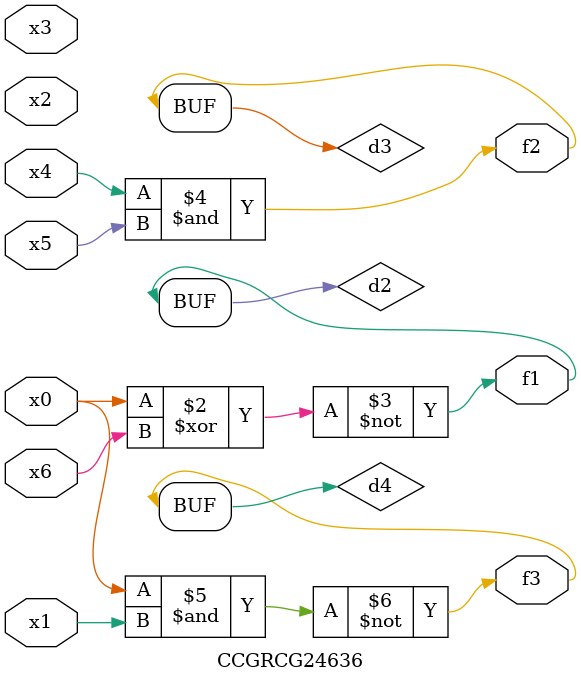
<source format=v>
module CCGRCG24636(
	input x0, x1, x2, x3, x4, x5, x6,
	output f1, f2, f3
);

	wire d1, d2, d3, d4;

	nor (d1, x0);
	xnor (d2, x0, x6);
	and (d3, x4, x5);
	nand (d4, x0, x1);
	assign f1 = d2;
	assign f2 = d3;
	assign f3 = d4;
endmodule

</source>
